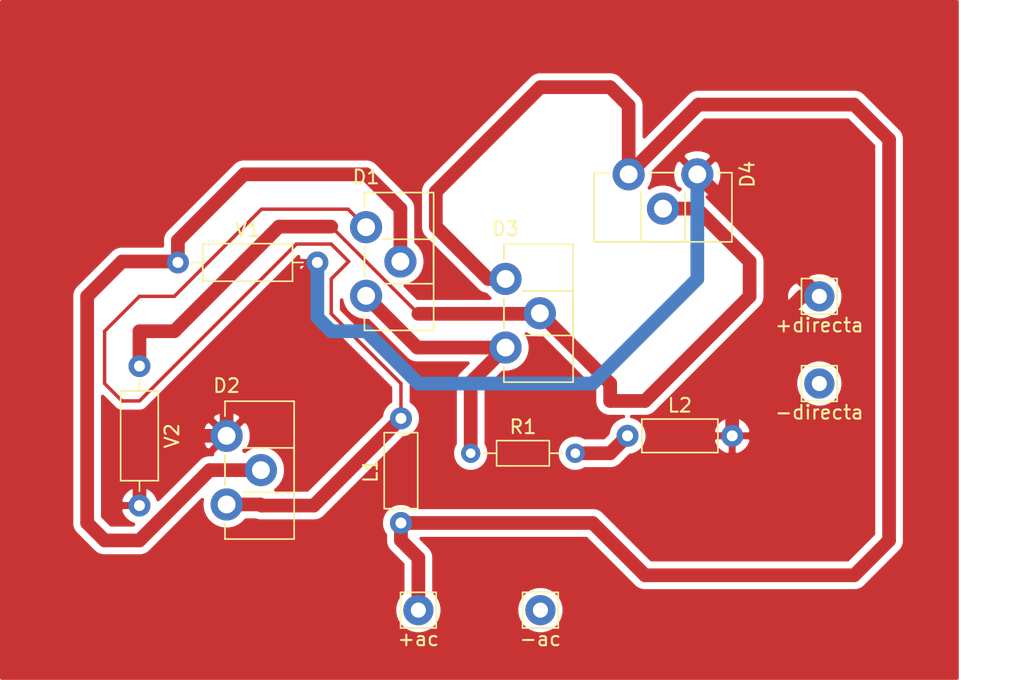
<source format=kicad_pcb>
(kicad_pcb (version 20171130) (host pcbnew "(5.1.4)-1")

  (general
    (thickness 1.6)
    (drawings 0)
    (tracks 89)
    (zones 0)
    (modules 13)
    (nets 8)
  )

  (page A4)
  (layers
    (0 F.Cu signal)
    (31 B.Cu signal)
    (32 B.Adhes user)
    (33 F.Adhes user)
    (34 B.Paste user)
    (35 F.Paste user)
    (36 B.SilkS user)
    (37 F.SilkS user)
    (38 B.Mask user)
    (39 F.Mask user)
    (40 Dwgs.User user)
    (41 Cmts.User user)
    (42 Eco1.User user)
    (43 Eco2.User user)
    (44 Edge.Cuts user)
    (45 Margin user)
    (46 B.CrtYd user)
    (47 F.CrtYd user)
    (48 B.Fab user)
    (49 F.Fab user)
  )

  (setup
    (last_trace_width 1)
    (user_trace_width 1)
    (trace_clearance 0.2)
    (zone_clearance 0.508)
    (zone_45_only no)
    (trace_min 0.2)
    (via_size 0.8)
    (via_drill 0.4)
    (via_min_size 0.4)
    (via_min_drill 0.3)
    (uvia_size 0.3)
    (uvia_drill 0.1)
    (uvias_allowed no)
    (uvia_min_size 0.2)
    (uvia_min_drill 0.1)
    (edge_width 0.05)
    (segment_width 0.2)
    (pcb_text_width 0.3)
    (pcb_text_size 1.5 1.5)
    (mod_edge_width 0.12)
    (mod_text_size 1 1)
    (mod_text_width 0.15)
    (pad_size 1.524 1.524)
    (pad_drill 0.762)
    (pad_to_mask_clearance 0.051)
    (solder_mask_min_width 0.25)
    (aux_axis_origin 0 0)
    (visible_elements FFFFFF7F)
    (pcbplotparams
      (layerselection 0x010fc_ffffffff)
      (usegerberextensions false)
      (usegerberattributes false)
      (usegerberadvancedattributes false)
      (creategerberjobfile false)
      (excludeedgelayer true)
      (linewidth 0.100000)
      (plotframeref false)
      (viasonmask false)
      (mode 1)
      (useauxorigin false)
      (hpglpennumber 1)
      (hpglpenspeed 20)
      (hpglpendiameter 15.000000)
      (psnegative false)
      (psa4output false)
      (plotreference true)
      (plotvalue true)
      (plotinvisibletext false)
      (padsonsilk false)
      (subtractmaskfromsilk false)
      (outputformat 1)
      (mirror false)
      (drillshape 1)
      (scaleselection 1)
      (outputdirectory ""))
  )

  (net 0 "")
  (net 1 "Net-(D1-Pad1)")
  (net 2 "Net-(D1-Pad2)")
  (net 3 "Net-(D1-Pad3)")
  (net 4 Earth)
  (net 5 AC)
  (net 6 "Net-(D3-Pad2)")
  (net 7 "Net-(L2-Pad1)")

  (net_class Default "Esta es la clase de red por defecto."
    (clearance 0.2)
    (trace_width 0.25)
    (via_dia 0.8)
    (via_drill 0.4)
    (uvia_dia 0.3)
    (uvia_drill 0.1)
    (add_net AC)
    (add_net Earth)
    (add_net "Net-(D1-Pad1)")
    (add_net "Net-(D1-Pad2)")
    (add_net "Net-(D1-Pad3)")
    (add_net "Net-(D3-Pad2)")
    (add_net "Net-(L2-Pad1)")
  )

  (module Connector_Pin:Pin_D1.1mm_L8.5mm_W2.5mm_FlatFork (layer F.Cu) (tedit 5A1DC085) (tstamp 5D9F128E)
    (at 171.45 85.09)
    (descr "solder Pin_ with flat fork, hole diameter 1.1mm, length 8.5mm, width 2.5mm")
    (tags "solder Pin_ with flat fork")
    (fp_text reference -directa (at 0 2.1) (layer F.SilkS)
      (effects (font (size 1 1) (thickness 0.15)))
    )
    (fp_text value Pin_D1.1mm_L8.5mm_W2.5mm_FlatFork (at 0 -2.05) (layer F.Fab)
      (effects (font (size 1 1) (thickness 0.15)))
    )
    (fp_line (start 1.75 1.6) (end -1.75 1.6) (layer F.CrtYd) (width 0.05))
    (fp_line (start 1.75 1.6) (end 1.75 -1.6) (layer F.CrtYd) (width 0.05))
    (fp_line (start -1.75 -1.6) (end -1.75 1.6) (layer F.CrtYd) (width 0.05))
    (fp_line (start -1.75 -1.6) (end 1.75 -1.6) (layer F.CrtYd) (width 0.05))
    (fp_line (start 1.25 -0.25) (end -1.25 -0.25) (layer F.Fab) (width 0.12))
    (fp_line (start 1.25 0.25) (end 1.25 -0.25) (layer F.Fab) (width 0.12))
    (fp_line (start -1.25 0.25) (end 1.25 0.25) (layer F.Fab) (width 0.12))
    (fp_line (start -1.25 -0.25) (end -1.25 0.25) (layer F.Fab) (width 0.12))
    (fp_line (start -1.3 1.3) (end 1.3 1.3) (layer F.SilkS) (width 0.12))
    (fp_line (start 1.3 -1.3) (end 1.3 1.3) (layer F.SilkS) (width 0.12))
    (fp_line (start -1.3 -1.3) (end 1.3 -1.3) (layer F.SilkS) (width 0.12))
    (fp_line (start -1.3 1.3) (end -1.3 -1.3) (layer F.SilkS) (width 0.12))
    (fp_text user %R (at 0 2.1) (layer F.Fab)
      (effects (font (size 1 1) (thickness 0.15)))
    )
    (pad 1 thru_hole circle (at 0 0) (size 2.2 2.2) (drill 1.1) (layers *.Cu *.Mask))
    (model ${KISYS3DMOD}/Connector_Pin.3dshapes/Pin_D1.1mm_L8.5mm_W2.5mm_FlatFork.wrl
      (at (xyz 0 0 0))
      (scale (xyz 1 1 1))
      (rotate (xyz 0 0 0))
    )
  )

  (module Connector_Pin:Pin_D1.1mm_L8.5mm_W2.5mm_FlatFork (layer F.Cu) (tedit 5A1DC085) (tstamp 5D9F1249)
    (at 171.45 78.74)
    (descr "solder Pin_ with flat fork, hole diameter 1.1mm, length 8.5mm, width 2.5mm")
    (tags "solder Pin_ with flat fork")
    (fp_text reference +directa (at 0 2.1) (layer F.SilkS)
      (effects (font (size 1 1) (thickness 0.15)))
    )
    (fp_text value Pin_D1.1mm_L8.5mm_W2.5mm_FlatFork (at 0 -2.05) (layer F.Fab)
      (effects (font (size 1 1) (thickness 0.15)))
    )
    (fp_line (start 1.75 1.6) (end -1.75 1.6) (layer F.CrtYd) (width 0.05))
    (fp_line (start 1.75 1.6) (end 1.75 -1.6) (layer F.CrtYd) (width 0.05))
    (fp_line (start -1.75 -1.6) (end -1.75 1.6) (layer F.CrtYd) (width 0.05))
    (fp_line (start -1.75 -1.6) (end 1.75 -1.6) (layer F.CrtYd) (width 0.05))
    (fp_line (start 1.25 -0.25) (end -1.25 -0.25) (layer F.Fab) (width 0.12))
    (fp_line (start 1.25 0.25) (end 1.25 -0.25) (layer F.Fab) (width 0.12))
    (fp_line (start -1.25 0.25) (end 1.25 0.25) (layer F.Fab) (width 0.12))
    (fp_line (start -1.25 -0.25) (end -1.25 0.25) (layer F.Fab) (width 0.12))
    (fp_line (start -1.3 1.3) (end 1.3 1.3) (layer F.SilkS) (width 0.12))
    (fp_line (start 1.3 -1.3) (end 1.3 1.3) (layer F.SilkS) (width 0.12))
    (fp_line (start -1.3 -1.3) (end 1.3 -1.3) (layer F.SilkS) (width 0.12))
    (fp_line (start -1.3 1.3) (end -1.3 -1.3) (layer F.SilkS) (width 0.12))
    (fp_text user %R (at 0 2.1) (layer F.Fab)
      (effects (font (size 1 1) (thickness 0.15)))
    )
    (pad 1 thru_hole circle (at 0 0) (size 2.2 2.2) (drill 1.1) (layers *.Cu *.Mask))
    (model ${KISYS3DMOD}/Connector_Pin.3dshapes/Pin_D1.1mm_L8.5mm_W2.5mm_FlatFork.wrl
      (at (xyz 0 0 0))
      (scale (xyz 1 1 1))
      (rotate (xyz 0 0 0))
    )
  )

  (module Connector_Pin:Pin_D1.1mm_L8.5mm_W2.5mm_FlatFork (layer F.Cu) (tedit 5A1DC085) (tstamp 5D9F1204)
    (at 151.13 101.6)
    (descr "solder Pin_ with flat fork, hole diameter 1.1mm, length 8.5mm, width 2.5mm")
    (tags "solder Pin_ with flat fork")
    (fp_text reference -ac (at 0 2.1) (layer F.SilkS)
      (effects (font (size 1 1) (thickness 0.15)))
    )
    (fp_text value Pin_D1.1mm_L8.5mm_W2.5mm_FlatFork (at 0 -2.05) (layer F.Fab)
      (effects (font (size 1 1) (thickness 0.15)))
    )
    (fp_line (start 1.75 1.6) (end -1.75 1.6) (layer F.CrtYd) (width 0.05))
    (fp_line (start 1.75 1.6) (end 1.75 -1.6) (layer F.CrtYd) (width 0.05))
    (fp_line (start -1.75 -1.6) (end -1.75 1.6) (layer F.CrtYd) (width 0.05))
    (fp_line (start -1.75 -1.6) (end 1.75 -1.6) (layer F.CrtYd) (width 0.05))
    (fp_line (start 1.25 -0.25) (end -1.25 -0.25) (layer F.Fab) (width 0.12))
    (fp_line (start 1.25 0.25) (end 1.25 -0.25) (layer F.Fab) (width 0.12))
    (fp_line (start -1.25 0.25) (end 1.25 0.25) (layer F.Fab) (width 0.12))
    (fp_line (start -1.25 -0.25) (end -1.25 0.25) (layer F.Fab) (width 0.12))
    (fp_line (start -1.3 1.3) (end 1.3 1.3) (layer F.SilkS) (width 0.12))
    (fp_line (start 1.3 -1.3) (end 1.3 1.3) (layer F.SilkS) (width 0.12))
    (fp_line (start -1.3 -1.3) (end 1.3 -1.3) (layer F.SilkS) (width 0.12))
    (fp_line (start -1.3 1.3) (end -1.3 -1.3) (layer F.SilkS) (width 0.12))
    (fp_text user %R (at 0 2.1) (layer F.Fab)
      (effects (font (size 1 1) (thickness 0.15)))
    )
    (pad 1 thru_hole circle (at 0 0) (size 2.2 2.2) (drill 1.1) (layers *.Cu *.Mask))
    (model ${KISYS3DMOD}/Connector_Pin.3dshapes/Pin_D1.1mm_L8.5mm_W2.5mm_FlatFork.wrl
      (at (xyz 0 0 0))
      (scale (xyz 1 1 1))
      (rotate (xyz 0 0 0))
    )
  )

  (module Connector_Pin:Pin_D1.1mm_L8.5mm_W2.5mm_FlatFork (layer F.Cu) (tedit 5A1DC085) (tstamp 5D9F11BF)
    (at 142.24 101.6)
    (descr "solder Pin_ with flat fork, hole diameter 1.1mm, length 8.5mm, width 2.5mm")
    (tags "solder Pin_ with flat fork")
    (fp_text reference +ac (at 0 2.1) (layer F.SilkS)
      (effects (font (size 1 1) (thickness 0.15)))
    )
    (fp_text value Pin_D1.1mm_L8.5mm_W2.5mm_FlatFork (at 0 -2.05) (layer F.Fab)
      (effects (font (size 1 1) (thickness 0.15)))
    )
    (fp_line (start 1.75 1.6) (end -1.75 1.6) (layer F.CrtYd) (width 0.05))
    (fp_line (start 1.75 1.6) (end 1.75 -1.6) (layer F.CrtYd) (width 0.05))
    (fp_line (start -1.75 -1.6) (end -1.75 1.6) (layer F.CrtYd) (width 0.05))
    (fp_line (start -1.75 -1.6) (end 1.75 -1.6) (layer F.CrtYd) (width 0.05))
    (fp_line (start 1.25 -0.25) (end -1.25 -0.25) (layer F.Fab) (width 0.12))
    (fp_line (start 1.25 0.25) (end 1.25 -0.25) (layer F.Fab) (width 0.12))
    (fp_line (start -1.25 0.25) (end 1.25 0.25) (layer F.Fab) (width 0.12))
    (fp_line (start -1.25 -0.25) (end -1.25 0.25) (layer F.Fab) (width 0.12))
    (fp_line (start -1.3 1.3) (end 1.3 1.3) (layer F.SilkS) (width 0.12))
    (fp_line (start 1.3 -1.3) (end 1.3 1.3) (layer F.SilkS) (width 0.12))
    (fp_line (start -1.3 -1.3) (end 1.3 -1.3) (layer F.SilkS) (width 0.12))
    (fp_line (start -1.3 1.3) (end -1.3 -1.3) (layer F.SilkS) (width 0.12))
    (fp_text user %R (at 0 2.1) (layer F.Fab)
      (effects (font (size 1 1) (thickness 0.15)))
    )
    (pad 1 thru_hole circle (at 0 0) (size 2.2 2.2) (drill 1.1) (layers *.Cu *.Mask))
    (model ${KISYS3DMOD}/Connector_Pin.3dshapes/Pin_D1.1mm_L8.5mm_W2.5mm_FlatFork.wrl
      (at (xyz 0 0 0))
      (scale (xyz 1 1 1))
      (rotate (xyz 0 0 0))
    )
  )

  (module Resistor_THT:R_Axial_DIN0207_L6.3mm_D2.5mm_P10.16mm_Horizontal (layer F.Cu) (tedit 5AE5139B) (tstamp 5D9F0B2D)
    (at 121.92 83.82 270)
    (descr "Resistor, Axial_DIN0207 series, Axial, Horizontal, pin pitch=10.16mm, 0.25W = 1/4W, length*diameter=6.3*2.5mm^2, http://cdn-reichelt.de/documents/datenblatt/B400/1_4W%23YAG.pdf")
    (tags "Resistor Axial_DIN0207 series Axial Horizontal pin pitch 10.16mm 0.25W = 1/4W length 6.3mm diameter 2.5mm")
    (path /5D9F8E3C)
    (fp_text reference V2 (at 5.08 -2.37 90) (layer F.SilkS)
      (effects (font (size 1 1) (thickness 0.15)))
    )
    (fp_text value VPULSE (at 5.08 2.37 90) (layer F.Fab)
      (effects (font (size 1 1) (thickness 0.15)))
    )
    (fp_text user %R (at 5.08 0 90) (layer F.Fab)
      (effects (font (size 1 1) (thickness 0.15)))
    )
    (fp_line (start 11.21 -1.5) (end -1.05 -1.5) (layer F.CrtYd) (width 0.05))
    (fp_line (start 11.21 1.5) (end 11.21 -1.5) (layer F.CrtYd) (width 0.05))
    (fp_line (start -1.05 1.5) (end 11.21 1.5) (layer F.CrtYd) (width 0.05))
    (fp_line (start -1.05 -1.5) (end -1.05 1.5) (layer F.CrtYd) (width 0.05))
    (fp_line (start 9.12 0) (end 8.35 0) (layer F.SilkS) (width 0.12))
    (fp_line (start 1.04 0) (end 1.81 0) (layer F.SilkS) (width 0.12))
    (fp_line (start 8.35 -1.37) (end 1.81 -1.37) (layer F.SilkS) (width 0.12))
    (fp_line (start 8.35 1.37) (end 8.35 -1.37) (layer F.SilkS) (width 0.12))
    (fp_line (start 1.81 1.37) (end 8.35 1.37) (layer F.SilkS) (width 0.12))
    (fp_line (start 1.81 -1.37) (end 1.81 1.37) (layer F.SilkS) (width 0.12))
    (fp_line (start 10.16 0) (end 8.23 0) (layer F.Fab) (width 0.1))
    (fp_line (start 0 0) (end 1.93 0) (layer F.Fab) (width 0.1))
    (fp_line (start 8.23 -1.25) (end 1.93 -1.25) (layer F.Fab) (width 0.1))
    (fp_line (start 8.23 1.25) (end 8.23 -1.25) (layer F.Fab) (width 0.1))
    (fp_line (start 1.93 1.25) (end 8.23 1.25) (layer F.Fab) (width 0.1))
    (fp_line (start 1.93 -1.25) (end 1.93 1.25) (layer F.Fab) (width 0.1))
    (pad 2 thru_hole oval (at 10.16 0 270) (size 1.6 1.6) (drill 0.8) (layers *.Cu *.Mask)
      (net 4 Earth))
    (pad 1 thru_hole circle (at 0 0 270) (size 1.6 1.6) (drill 0.8) (layers *.Cu *.Mask)
      (net 6 "Net-(D3-Pad2)"))
    (model ${KISYS3DMOD}/Resistor_THT.3dshapes/R_Axial_DIN0207_L6.3mm_D2.5mm_P10.16mm_Horizontal.wrl
      (at (xyz 0 0 0))
      (scale (xyz 1 1 1))
      (rotate (xyz 0 0 0))
    )
  )

  (module Resistor_THT:R_Axial_DIN0207_L6.3mm_D2.5mm_P10.16mm_Horizontal (layer F.Cu) (tedit 5AE5139B) (tstamp 5D9F0B16)
    (at 124.72 76.27)
    (descr "Resistor, Axial_DIN0207 series, Axial, Horizontal, pin pitch=10.16mm, 0.25W = 1/4W, length*diameter=6.3*2.5mm^2, http://cdn-reichelt.de/documents/datenblatt/B400/1_4W%23YAG.pdf")
    (tags "Resistor Axial_DIN0207 series Axial Horizontal pin pitch 10.16mm 0.25W = 1/4W length 6.3mm diameter 2.5mm")
    (path /5D9F8B5A)
    (fp_text reference V1 (at 5.08 -2.37) (layer F.SilkS)
      (effects (font (size 1 1) (thickness 0.15)))
    )
    (fp_text value VPULSE (at 5.08 2.37) (layer F.Fab)
      (effects (font (size 1 1) (thickness 0.15)))
    )
    (fp_text user %R (at 5.08 0) (layer F.Fab)
      (effects (font (size 1 1) (thickness 0.15)))
    )
    (fp_line (start 11.21 -1.5) (end -1.05 -1.5) (layer F.CrtYd) (width 0.05))
    (fp_line (start 11.21 1.5) (end 11.21 -1.5) (layer F.CrtYd) (width 0.05))
    (fp_line (start -1.05 1.5) (end 11.21 1.5) (layer F.CrtYd) (width 0.05))
    (fp_line (start -1.05 -1.5) (end -1.05 1.5) (layer F.CrtYd) (width 0.05))
    (fp_line (start 9.12 0) (end 8.35 0) (layer F.SilkS) (width 0.12))
    (fp_line (start 1.04 0) (end 1.81 0) (layer F.SilkS) (width 0.12))
    (fp_line (start 8.35 -1.37) (end 1.81 -1.37) (layer F.SilkS) (width 0.12))
    (fp_line (start 8.35 1.37) (end 8.35 -1.37) (layer F.SilkS) (width 0.12))
    (fp_line (start 1.81 1.37) (end 8.35 1.37) (layer F.SilkS) (width 0.12))
    (fp_line (start 1.81 -1.37) (end 1.81 1.37) (layer F.SilkS) (width 0.12))
    (fp_line (start 10.16 0) (end 8.23 0) (layer F.Fab) (width 0.1))
    (fp_line (start 0 0) (end 1.93 0) (layer F.Fab) (width 0.1))
    (fp_line (start 8.23 -1.25) (end 1.93 -1.25) (layer F.Fab) (width 0.1))
    (fp_line (start 8.23 1.25) (end 8.23 -1.25) (layer F.Fab) (width 0.1))
    (fp_line (start 1.93 1.25) (end 8.23 1.25) (layer F.Fab) (width 0.1))
    (fp_line (start 1.93 -1.25) (end 1.93 1.25) (layer F.Fab) (width 0.1))
    (pad 2 thru_hole oval (at 10.16 0) (size 1.6 1.6) (drill 0.8) (layers *.Cu *.Mask)
      (net 4 Earth))
    (pad 1 thru_hole circle (at 0 0) (size 1.6 1.6) (drill 0.8) (layers *.Cu *.Mask)
      (net 2 "Net-(D1-Pad2)"))
    (model ${KISYS3DMOD}/Resistor_THT.3dshapes/R_Axial_DIN0207_L6.3mm_D2.5mm_P10.16mm_Horizontal.wrl
      (at (xyz 0 0 0))
      (scale (xyz 1 1 1))
      (rotate (xyz 0 0 0))
    )
  )

  (module Resistor_THT:R_Axial_DIN0204_L3.6mm_D1.6mm_P7.62mm_Horizontal (layer F.Cu) (tedit 5AE5139B) (tstamp 5D9F0AFF)
    (at 146.05 90.17)
    (descr "Resistor, Axial_DIN0204 series, Axial, Horizontal, pin pitch=7.62mm, 0.167W, length*diameter=3.6*1.6mm^2, http://cdn-reichelt.de/documents/datenblatt/B400/1_4W%23YAG.pdf")
    (tags "Resistor Axial_DIN0204 series Axial Horizontal pin pitch 7.62mm 0.167W length 3.6mm diameter 1.6mm")
    (path /5D9ED373)
    (fp_text reference R1 (at 3.81 -1.92) (layer F.SilkS)
      (effects (font (size 1 1) (thickness 0.15)))
    )
    (fp_text value R (at 3.81 1.92) (layer F.Fab)
      (effects (font (size 1 1) (thickness 0.15)))
    )
    (fp_text user %R (at 4.99 0) (layer F.Fab)
      (effects (font (size 0.72 0.72) (thickness 0.108)))
    )
    (fp_line (start 8.57 -1.05) (end -0.95 -1.05) (layer F.CrtYd) (width 0.05))
    (fp_line (start 8.57 1.05) (end 8.57 -1.05) (layer F.CrtYd) (width 0.05))
    (fp_line (start -0.95 1.05) (end 8.57 1.05) (layer F.CrtYd) (width 0.05))
    (fp_line (start -0.95 -1.05) (end -0.95 1.05) (layer F.CrtYd) (width 0.05))
    (fp_line (start 6.68 0) (end 5.73 0) (layer F.SilkS) (width 0.12))
    (fp_line (start 0.94 0) (end 1.89 0) (layer F.SilkS) (width 0.12))
    (fp_line (start 5.73 -0.92) (end 1.89 -0.92) (layer F.SilkS) (width 0.12))
    (fp_line (start 5.73 0.92) (end 5.73 -0.92) (layer F.SilkS) (width 0.12))
    (fp_line (start 1.89 0.92) (end 5.73 0.92) (layer F.SilkS) (width 0.12))
    (fp_line (start 1.89 -0.92) (end 1.89 0.92) (layer F.SilkS) (width 0.12))
    (fp_line (start 7.62 0) (end 5.61 0) (layer F.Fab) (width 0.1))
    (fp_line (start 0 0) (end 2.01 0) (layer F.Fab) (width 0.1))
    (fp_line (start 5.61 -0.8) (end 2.01 -0.8) (layer F.Fab) (width 0.1))
    (fp_line (start 5.61 0.8) (end 5.61 -0.8) (layer F.Fab) (width 0.1))
    (fp_line (start 2.01 0.8) (end 5.61 0.8) (layer F.Fab) (width 0.1))
    (fp_line (start 2.01 -0.8) (end 2.01 0.8) (layer F.Fab) (width 0.1))
    (pad 2 thru_hole oval (at 7.62 0) (size 1.4 1.4) (drill 0.7) (layers *.Cu *.Mask)
      (net 7 "Net-(L2-Pad1)"))
    (pad 1 thru_hole circle (at 0 0) (size 1.4 1.4) (drill 0.7) (layers *.Cu *.Mask)
      (net 3 "Net-(D1-Pad3)"))
    (model ${KISYS3DMOD}/Resistor_THT.3dshapes/R_Axial_DIN0204_L3.6mm_D1.6mm_P7.62mm_Horizontal.wrl
      (at (xyz 0 0 0))
      (scale (xyz 1 1 1))
      (rotate (xyz 0 0 0))
    )
  )

  (module Inductor_THT:L_Axial_L5.3mm_D2.2mm_P7.62mm_Horizontal_Vishay_IM-1 (layer F.Cu) (tedit 5AE59B05) (tstamp 5D9F0AE8)
    (at 157.48 88.9)
    (descr "Inductor, Axial series, Axial, Horizontal, pin pitch=7.62mm, , length*diameter=5.3*2.2mm^2, Vishay, IM-1, http://www.vishay.com/docs/34030/im.pdf")
    (tags "Inductor Axial series Axial Horizontal pin pitch 7.62mm  length 5.3mm diameter 2.2mm Vishay IM-1")
    (path /5D9ED4B6)
    (fp_text reference L2 (at 3.81 -2.22) (layer F.SilkS)
      (effects (font (size 1 1) (thickness 0.15)))
    )
    (fp_text value L (at 3.81 2.22) (layer F.Fab)
      (effects (font (size 1 1) (thickness 0.15)))
    )
    (fp_text user %R (at 3.81 0.11) (layer F.Fab)
      (effects (font (size 1 1) (thickness 0.15)))
    )
    (fp_line (start 8.67 -1.35) (end -1.05 -1.35) (layer F.CrtYd) (width 0.05))
    (fp_line (start 8.67 1.35) (end 8.67 -1.35) (layer F.CrtYd) (width 0.05))
    (fp_line (start -1.05 1.35) (end 8.67 1.35) (layer F.CrtYd) (width 0.05))
    (fp_line (start -1.05 -1.35) (end -1.05 1.35) (layer F.CrtYd) (width 0.05))
    (fp_line (start 6.58 -1.22) (end 1.04 -1.22) (layer F.SilkS) (width 0.12))
    (fp_line (start 6.58 1.22) (end 6.58 -1.22) (layer F.SilkS) (width 0.12))
    (fp_line (start 1.04 1.22) (end 6.58 1.22) (layer F.SilkS) (width 0.12))
    (fp_line (start 1.04 -1.22) (end 1.04 1.22) (layer F.SilkS) (width 0.12))
    (fp_line (start 7.62 0) (end 6.46 0) (layer F.Fab) (width 0.1))
    (fp_line (start 0 0) (end 1.16 0) (layer F.Fab) (width 0.1))
    (fp_line (start 6.46 -1.1) (end 1.16 -1.1) (layer F.Fab) (width 0.1))
    (fp_line (start 6.46 1.1) (end 6.46 -1.1) (layer F.Fab) (width 0.1))
    (fp_line (start 1.16 1.1) (end 6.46 1.1) (layer F.Fab) (width 0.1))
    (fp_line (start 1.16 -1.1) (end 1.16 1.1) (layer F.Fab) (width 0.1))
    (pad 2 thru_hole oval (at 7.62 0) (size 1.6 1.6) (drill 0.8) (layers *.Cu *.Mask)
      (net 4 Earth))
    (pad 1 thru_hole circle (at 0 0) (size 1.6 1.6) (drill 0.8) (layers *.Cu *.Mask)
      (net 7 "Net-(L2-Pad1)"))
    (model ${KISYS3DMOD}/Inductor_THT.3dshapes/L_Axial_L5.3mm_D2.2mm_P7.62mm_Horizontal_Vishay_IM-1.wrl
      (at (xyz 0 0 0))
      (scale (xyz 1 1 1))
      (rotate (xyz 0 0 0))
    )
  )

  (module Inductor_THT:L_Axial_L5.3mm_D2.2mm_P7.62mm_Horizontal_Vishay_IM-1 (layer F.Cu) (tedit 5AE59B05) (tstamp 5D9F0AD3)
    (at 140.97 95.25 90)
    (descr "Inductor, Axial series, Axial, Horizontal, pin pitch=7.62mm, , length*diameter=5.3*2.2mm^2, Vishay, IM-1, http://www.vishay.com/docs/34030/im.pdf")
    (tags "Inductor Axial series Axial Horizontal pin pitch 7.62mm  length 5.3mm diameter 2.2mm Vishay IM-1")
    (path /5D9EB7F5)
    (fp_text reference L1 (at 3.81 -2.22 90) (layer F.SilkS)
      (effects (font (size 1 1) (thickness 0.15)))
    )
    (fp_text value L (at 3.81 2.22 90) (layer F.Fab)
      (effects (font (size 1 1) (thickness 0.15)))
    )
    (fp_text user %R (at 3.81 0 90) (layer F.Fab)
      (effects (font (size 1 1) (thickness 0.15)))
    )
    (fp_line (start 8.67 -1.35) (end -1.05 -1.35) (layer F.CrtYd) (width 0.05))
    (fp_line (start 8.67 1.35) (end 8.67 -1.35) (layer F.CrtYd) (width 0.05))
    (fp_line (start -1.05 1.35) (end 8.67 1.35) (layer F.CrtYd) (width 0.05))
    (fp_line (start -1.05 -1.35) (end -1.05 1.35) (layer F.CrtYd) (width 0.05))
    (fp_line (start 6.58 -1.22) (end 1.04 -1.22) (layer F.SilkS) (width 0.12))
    (fp_line (start 6.58 1.22) (end 6.58 -1.22) (layer F.SilkS) (width 0.12))
    (fp_line (start 1.04 1.22) (end 6.58 1.22) (layer F.SilkS) (width 0.12))
    (fp_line (start 1.04 -1.22) (end 1.04 1.22) (layer F.SilkS) (width 0.12))
    (fp_line (start 7.62 0) (end 6.46 0) (layer F.Fab) (width 0.1))
    (fp_line (start 0 0) (end 1.16 0) (layer F.Fab) (width 0.1))
    (fp_line (start 6.46 -1.1) (end 1.16 -1.1) (layer F.Fab) (width 0.1))
    (fp_line (start 6.46 1.1) (end 6.46 -1.1) (layer F.Fab) (width 0.1))
    (fp_line (start 1.16 1.1) (end 6.46 1.1) (layer F.Fab) (width 0.1))
    (fp_line (start 1.16 -1.1) (end 1.16 1.1) (layer F.Fab) (width 0.1))
    (pad 2 thru_hole oval (at 7.62 0 90) (size 1.6 1.6) (drill 0.8) (layers *.Cu *.Mask)
      (net 1 "Net-(D1-Pad1)"))
    (pad 1 thru_hole circle (at 0 0 90) (size 1.6 1.6) (drill 0.8) (layers *.Cu *.Mask)
      (net 5 AC))
    (model ${KISYS3DMOD}/Inductor_THT.3dshapes/L_Axial_L5.3mm_D2.2mm_P7.62mm_Horizontal_Vishay_IM-1.wrl
      (at (xyz 0 0 0))
      (scale (xyz 1 1 1))
      (rotate (xyz 0 0 0))
    )
  )

  (module Potentiometer_THT:Potentiometer_ACP_CA9-H2,5_Horizontal (layer F.Cu) (tedit 5A3D4994) (tstamp 5D9F0ABE)
    (at 162.56 69.85 270)
    (descr "Potentiometer, horizontal, ACP CA9-H2,5, http://www.acptechnologies.com/wp-content/uploads/2017/05/02-ACP-CA9-CE9.pdf")
    (tags "Potentiometer horizontal ACP CA9-H2,5")
    (path /5D9ED1E2)
    (fp_text reference D4 (at 0 -3.65 90) (layer F.SilkS)
      (effects (font (size 1 1) (thickness 0.15)))
    )
    (fp_text value Q_SCR_AGK (at 0 8.65 90) (layer F.Fab)
      (effects (font (size 1 1) (thickness 0.15)))
    )
    (fp_text user %R (at 2.4 2.5 90) (layer F.Fab)
      (effects (font (size 1 1) (thickness 0.15)))
    )
    (fp_line (start 5.05 -2.7) (end -1.45 -2.7) (layer F.CrtYd) (width 0.05))
    (fp_line (start 5.05 7.65) (end 5.05 -2.7) (layer F.CrtYd) (width 0.05))
    (fp_line (start -1.45 7.65) (end 5.05 7.65) (layer F.CrtYd) (width 0.05))
    (fp_line (start -1.45 -2.7) (end -1.45 7.65) (layer F.CrtYd) (width 0.05))
    (fp_line (start 4.92 0.88) (end 4.92 4.12) (layer F.SilkS) (width 0.12))
    (fp_line (start -0.121 1.426) (end -0.121 3.575) (layer F.SilkS) (width 0.12))
    (fp_line (start 1.237 4.12) (end 4.92 4.12) (layer F.SilkS) (width 0.12))
    (fp_line (start 1.237 0.88) (end 4.92 0.88) (layer F.SilkS) (width 0.12))
    (fp_line (start -0.121 1.426) (end -0.121 3.575) (layer F.SilkS) (width 0.12))
    (fp_line (start -0.121 -2.521) (end -0.121 -1.426) (layer F.SilkS) (width 0.12))
    (fp_line (start -0.121 6.425) (end -0.121 7.52) (layer F.SilkS) (width 0.12))
    (fp_line (start 4.92 -2.521) (end 4.92 7.52) (layer F.SilkS) (width 0.12))
    (fp_line (start -0.121 7.52) (end 4.92 7.52) (layer F.SilkS) (width 0.12))
    (fp_line (start -0.121 -2.521) (end 4.92 -2.521) (layer F.SilkS) (width 0.12))
    (fp_line (start 4.8 1) (end 0 1) (layer F.Fab) (width 0.1))
    (fp_line (start 4.8 4) (end 4.8 1) (layer F.Fab) (width 0.1))
    (fp_line (start 0 4) (end 4.8 4) (layer F.Fab) (width 0.1))
    (fp_line (start 0 1) (end 0 4) (layer F.Fab) (width 0.1))
    (fp_line (start 0 -2.4) (end 4.8 -2.4) (layer F.Fab) (width 0.1))
    (fp_line (start 0 7.4) (end 0 -2.4) (layer F.Fab) (width 0.1))
    (fp_line (start 4.8 7.4) (end 0 7.4) (layer F.Fab) (width 0.1))
    (fp_line (start 4.8 -2.4) (end 4.8 7.4) (layer F.Fab) (width 0.1))
    (pad 1 thru_hole circle (at 0 0 270) (size 2.34 2.34) (drill 1.3) (layers *.Cu *.Mask)
      (net 4 Earth))
    (pad 2 thru_hole circle (at 2.5 2.5 270) (size 2.34 2.34) (drill 1.3) (layers *.Cu *.Mask)
      (net 6 "Net-(D3-Pad2)"))
    (pad 3 thru_hole circle (at 0 5 270) (size 2.34 2.34) (drill 1.3) (layers *.Cu *.Mask)
      (net 5 AC))
    (model ${KISYS3DMOD}/Potentiometer_THT.3dshapes/Potentiometer_ACP_CA9-H2,5_Horizontal.wrl
      (at (xyz 0 0 0))
      (scale (xyz 1 1 1))
      (rotate (xyz 0 0 0))
    )
  )

  (module Potentiometer_THT:Potentiometer_ACP_CA9-H2,5_Horizontal (layer F.Cu) (tedit 5A3D4994) (tstamp 5D9F0AA0)
    (at 148.59 77.47)
    (descr "Potentiometer, horizontal, ACP CA9-H2,5, http://www.acptechnologies.com/wp-content/uploads/2017/05/02-ACP-CA9-CE9.pdf")
    (tags "Potentiometer horizontal ACP CA9-H2,5")
    (path /5D9ECF4B)
    (fp_text reference D3 (at 0 -3.65) (layer F.SilkS)
      (effects (font (size 1 1) (thickness 0.15)))
    )
    (fp_text value Q_SCR_AGK (at 0 8.65) (layer F.Fab)
      (effects (font (size 1 1) (thickness 0.15)))
    )
    (fp_text user %R (at 2.4 2.5) (layer F.Fab)
      (effects (font (size 1 1) (thickness 0.15)))
    )
    (fp_line (start 5.05 -2.7) (end -1.45 -2.7) (layer F.CrtYd) (width 0.05))
    (fp_line (start 5.05 7.65) (end 5.05 -2.7) (layer F.CrtYd) (width 0.05))
    (fp_line (start -1.45 7.65) (end 5.05 7.65) (layer F.CrtYd) (width 0.05))
    (fp_line (start -1.45 -2.7) (end -1.45 7.65) (layer F.CrtYd) (width 0.05))
    (fp_line (start 4.92 0.88) (end 4.92 4.12) (layer F.SilkS) (width 0.12))
    (fp_line (start -0.121 1.426) (end -0.121 3.575) (layer F.SilkS) (width 0.12))
    (fp_line (start 1.237 4.12) (end 4.92 4.12) (layer F.SilkS) (width 0.12))
    (fp_line (start 1.237 0.88) (end 4.92 0.88) (layer F.SilkS) (width 0.12))
    (fp_line (start -0.121 1.426) (end -0.121 3.575) (layer F.SilkS) (width 0.12))
    (fp_line (start -0.121 -2.521) (end -0.121 -1.426) (layer F.SilkS) (width 0.12))
    (fp_line (start -0.121 6.425) (end -0.121 7.52) (layer F.SilkS) (width 0.12))
    (fp_line (start 4.92 -2.521) (end 4.92 7.52) (layer F.SilkS) (width 0.12))
    (fp_line (start -0.121 7.52) (end 4.92 7.52) (layer F.SilkS) (width 0.12))
    (fp_line (start -0.121 -2.521) (end 4.92 -2.521) (layer F.SilkS) (width 0.12))
    (fp_line (start 4.8 1) (end 0 1) (layer F.Fab) (width 0.1))
    (fp_line (start 4.8 4) (end 4.8 1) (layer F.Fab) (width 0.1))
    (fp_line (start 0 4) (end 4.8 4) (layer F.Fab) (width 0.1))
    (fp_line (start 0 1) (end 0 4) (layer F.Fab) (width 0.1))
    (fp_line (start 0 -2.4) (end 4.8 -2.4) (layer F.Fab) (width 0.1))
    (fp_line (start 0 7.4) (end 0 -2.4) (layer F.Fab) (width 0.1))
    (fp_line (start 4.8 7.4) (end 0 7.4) (layer F.Fab) (width 0.1))
    (fp_line (start 4.8 -2.4) (end 4.8 7.4) (layer F.Fab) (width 0.1))
    (pad 1 thru_hole circle (at 0 0) (size 2.34 2.34) (drill 1.3) (layers *.Cu *.Mask)
      (net 5 AC))
    (pad 2 thru_hole circle (at 2.5 2.5) (size 2.34 2.34) (drill 1.3) (layers *.Cu *.Mask)
      (net 6 "Net-(D3-Pad2)"))
    (pad 3 thru_hole circle (at 0 5) (size 2.34 2.34) (drill 1.3) (layers *.Cu *.Mask)
      (net 3 "Net-(D1-Pad3)"))
    (model ${KISYS3DMOD}/Potentiometer_THT.3dshapes/Potentiometer_ACP_CA9-H2,5_Horizontal.wrl
      (at (xyz 0 0 0))
      (scale (xyz 1 1 1))
      (rotate (xyz 0 0 0))
    )
  )

  (module Potentiometer_THT:Potentiometer_ACP_CA9-H2,5_Horizontal (layer F.Cu) (tedit 5A3D4994) (tstamp 5D9F0A82)
    (at 128.27 88.9)
    (descr "Potentiometer, horizontal, ACP CA9-H2,5, http://www.acptechnologies.com/wp-content/uploads/2017/05/02-ACP-CA9-CE9.pdf")
    (tags "Potentiometer horizontal ACP CA9-H2,5")
    (path /5D9ED081)
    (fp_text reference D2 (at 0 -3.65) (layer F.SilkS)
      (effects (font (size 1 1) (thickness 0.15)))
    )
    (fp_text value Q_SCR_AGK (at 0 8.65) (layer F.Fab)
      (effects (font (size 1 1) (thickness 0.15)))
    )
    (fp_text user %R (at 2.4 2.5) (layer F.Fab)
      (effects (font (size 1 1) (thickness 0.15)))
    )
    (fp_line (start 5.05 -2.7) (end -1.45 -2.7) (layer F.CrtYd) (width 0.05))
    (fp_line (start 5.05 7.65) (end 5.05 -2.7) (layer F.CrtYd) (width 0.05))
    (fp_line (start -1.45 7.65) (end 5.05 7.65) (layer F.CrtYd) (width 0.05))
    (fp_line (start -1.45 -2.7) (end -1.45 7.65) (layer F.CrtYd) (width 0.05))
    (fp_line (start 4.92 0.88) (end 4.92 4.12) (layer F.SilkS) (width 0.12))
    (fp_line (start -0.121 1.426) (end -0.121 3.575) (layer F.SilkS) (width 0.12))
    (fp_line (start 1.237 4.12) (end 4.92 4.12) (layer F.SilkS) (width 0.12))
    (fp_line (start 1.237 0.88) (end 4.92 0.88) (layer F.SilkS) (width 0.12))
    (fp_line (start -0.121 1.426) (end -0.121 3.575) (layer F.SilkS) (width 0.12))
    (fp_line (start -0.121 -2.521) (end -0.121 -1.426) (layer F.SilkS) (width 0.12))
    (fp_line (start -0.121 6.425) (end -0.121 7.52) (layer F.SilkS) (width 0.12))
    (fp_line (start 4.92 -2.521) (end 4.92 7.52) (layer F.SilkS) (width 0.12))
    (fp_line (start -0.121 7.52) (end 4.92 7.52) (layer F.SilkS) (width 0.12))
    (fp_line (start -0.121 -2.521) (end 4.92 -2.521) (layer F.SilkS) (width 0.12))
    (fp_line (start 4.8 1) (end 0 1) (layer F.Fab) (width 0.1))
    (fp_line (start 4.8 4) (end 4.8 1) (layer F.Fab) (width 0.1))
    (fp_line (start 0 4) (end 4.8 4) (layer F.Fab) (width 0.1))
    (fp_line (start 0 1) (end 0 4) (layer F.Fab) (width 0.1))
    (fp_line (start 0 -2.4) (end 4.8 -2.4) (layer F.Fab) (width 0.1))
    (fp_line (start 0 7.4) (end 0 -2.4) (layer F.Fab) (width 0.1))
    (fp_line (start 4.8 7.4) (end 0 7.4) (layer F.Fab) (width 0.1))
    (fp_line (start 4.8 -2.4) (end 4.8 7.4) (layer F.Fab) (width 0.1))
    (pad 1 thru_hole circle (at 0 0) (size 2.34 2.34) (drill 1.3) (layers *.Cu *.Mask)
      (net 4 Earth))
    (pad 2 thru_hole circle (at 2.5 2.5) (size 2.34 2.34) (drill 1.3) (layers *.Cu *.Mask)
      (net 2 "Net-(D1-Pad2)"))
    (pad 3 thru_hole circle (at 0 5) (size 2.34 2.34) (drill 1.3) (layers *.Cu *.Mask)
      (net 1 "Net-(D1-Pad1)"))
    (model ${KISYS3DMOD}/Potentiometer_THT.3dshapes/Potentiometer_ACP_CA9-H2,5_Horizontal.wrl
      (at (xyz 0 0 0))
      (scale (xyz 1 1 1))
      (rotate (xyz 0 0 0))
    )
  )

  (module Potentiometer_THT:Potentiometer_ACP_CA9-H2,5_Horizontal (layer F.Cu) (tedit 5A3D4994) (tstamp 5D9F0A64)
    (at 138.43 73.7)
    (descr "Potentiometer, horizontal, ACP CA9-H2,5, http://www.acptechnologies.com/wp-content/uploads/2017/05/02-ACP-CA9-CE9.pdf")
    (tags "Potentiometer horizontal ACP CA9-H2,5")
    (path /5D9ECC58)
    (fp_text reference D1 (at 0 -3.65) (layer F.SilkS)
      (effects (font (size 1 1) (thickness 0.15)))
    )
    (fp_text value Q_SCR_AGK (at 0 8.65) (layer F.Fab)
      (effects (font (size 1 1) (thickness 0.15)))
    )
    (fp_text user %R (at 2.4 2.5) (layer F.Fab)
      (effects (font (size 1 1) (thickness 0.15)))
    )
    (fp_line (start 5.05 -2.7) (end -1.45 -2.7) (layer F.CrtYd) (width 0.05))
    (fp_line (start 5.05 7.65) (end 5.05 -2.7) (layer F.CrtYd) (width 0.05))
    (fp_line (start -1.45 7.65) (end 5.05 7.65) (layer F.CrtYd) (width 0.05))
    (fp_line (start -1.45 -2.7) (end -1.45 7.65) (layer F.CrtYd) (width 0.05))
    (fp_line (start 4.92 0.88) (end 4.92 4.12) (layer F.SilkS) (width 0.12))
    (fp_line (start -0.121 1.426) (end -0.121 3.575) (layer F.SilkS) (width 0.12))
    (fp_line (start 1.237 4.12) (end 4.92 4.12) (layer F.SilkS) (width 0.12))
    (fp_line (start 1.237 0.88) (end 4.92 0.88) (layer F.SilkS) (width 0.12))
    (fp_line (start -0.121 1.426) (end -0.121 3.575) (layer F.SilkS) (width 0.12))
    (fp_line (start -0.121 -2.521) (end -0.121 -1.426) (layer F.SilkS) (width 0.12))
    (fp_line (start -0.121 6.425) (end -0.121 7.52) (layer F.SilkS) (width 0.12))
    (fp_line (start 4.92 -2.521) (end 4.92 7.52) (layer F.SilkS) (width 0.12))
    (fp_line (start -0.121 7.52) (end 4.92 7.52) (layer F.SilkS) (width 0.12))
    (fp_line (start -0.121 -2.521) (end 4.92 -2.521) (layer F.SilkS) (width 0.12))
    (fp_line (start 4.8 1) (end 0 1) (layer F.Fab) (width 0.1))
    (fp_line (start 4.8 4) (end 4.8 1) (layer F.Fab) (width 0.1))
    (fp_line (start 0 4) (end 4.8 4) (layer F.Fab) (width 0.1))
    (fp_line (start 0 1) (end 0 4) (layer F.Fab) (width 0.1))
    (fp_line (start 0 -2.4) (end 4.8 -2.4) (layer F.Fab) (width 0.1))
    (fp_line (start 0 7.4) (end 0 -2.4) (layer F.Fab) (width 0.1))
    (fp_line (start 4.8 7.4) (end 0 7.4) (layer F.Fab) (width 0.1))
    (fp_line (start 4.8 -2.4) (end 4.8 7.4) (layer F.Fab) (width 0.1))
    (pad 1 thru_hole circle (at 0 0) (size 2.34 2.34) (drill 1.3) (layers *.Cu *.Mask)
      (net 1 "Net-(D1-Pad1)"))
    (pad 2 thru_hole circle (at 2.5 2.5) (size 2.34 2.34) (drill 1.3) (layers *.Cu *.Mask)
      (net 2 "Net-(D1-Pad2)"))
    (pad 3 thru_hole circle (at 0 5) (size 2.34 2.34) (drill 1.3) (layers *.Cu *.Mask)
      (net 3 "Net-(D1-Pad3)"))
    (model ${KISYS3DMOD}/Potentiometer_THT.3dshapes/Potentiometer_ACP_CA9-H2,5_Horizontal.wrl
      (at (xyz 0 0 0))
      (scale (xyz 1 1 1))
      (rotate (xyz 0 0 0))
    )
  )

  (segment (start 142.24 101.6) (end 142.24 97.79) (width 1) (layer F.Cu) (net 0))
  (segment (start 171.45 78.74) (end 170.18 78.74) (width 1) (layer F.Cu) (net 0))
  (segment (start 128.27 93.9) (end 130.73 93.9) (width 1) (layer F.Cu) (net 1))
  (segment (start 130.73 93.9) (end 130.81 93.98) (width 1) (layer F.Cu) (net 1))
  (segment (start 134.62 93.98) (end 140.97 87.63) (width 1) (layer F.Cu) (net 1))
  (segment (start 130.81 93.98) (end 134.62 93.98) (width 1) (layer F.Cu) (net 1))
  (segment (start 130.81 72.39) (end 137.12 72.39) (width 0.25) (layer F.Cu) (net 1))
  (segment (start 121.92 78.74) (end 124.46 78.74) (width 0.25) (layer F.Cu) (net 1))
  (segment (start 119.38 81.28) (end 121.92 78.74) (width 0.25) (layer F.Cu) (net 1))
  (segment (start 120.65 86.36) (end 119.38 85.09) (width 0.25) (layer F.Cu) (net 1))
  (segment (start 124.46 78.74) (end 130.81 72.39) (width 0.25) (layer F.Cu) (net 1))
  (segment (start 121.92 86.36) (end 120.65 86.36) (width 0.25) (layer F.Cu) (net 1))
  (segment (start 133.35 74.93) (end 121.92 86.36) (width 0.25) (layer F.Cu) (net 1))
  (segment (start 140.97 85.09) (end 135.89 80.01) (width 0.25) (layer F.Cu) (net 1))
  (segment (start 140.97 87.63) (end 140.97 85.09) (width 0.25) (layer F.Cu) (net 1))
  (segment (start 137.12 72.39) (end 138.43 73.7) (width 0.25) (layer F.Cu) (net 1))
  (segment (start 135.89 77.47) (end 137.16 76.2) (width 0.25) (layer F.Cu) (net 1))
  (segment (start 119.38 85.09) (end 119.38 81.28) (width 0.25) (layer F.Cu) (net 1))
  (segment (start 135.89 80.01) (end 135.89 77.47) (width 0.25) (layer F.Cu) (net 1))
  (segment (start 137.16 76.2) (end 135.89 74.93) (width 0.25) (layer F.Cu) (net 1))
  (segment (start 135.89 74.93) (end 133.35 74.93) (width 0.25) (layer F.Cu) (net 1))
  (segment (start 130.77 91.4) (end 127.04 91.4) (width 1) (layer F.Cu) (net 2))
  (segment (start 127.04 91.4) (end 121.92 96.52) (width 1) (layer F.Cu) (net 2))
  (segment (start 121.92 96.52) (end 119.38 96.52) (width 1) (layer F.Cu) (net 2))
  (segment (start 119.38 96.52) (end 118.11 95.25) (width 1) (layer F.Cu) (net 2))
  (segment (start 118.11 95.25) (end 118.11 78.74) (width 1) (layer F.Cu) (net 2))
  (segment (start 118.11 78.74) (end 120.65 76.2) (width 1) (layer F.Cu) (net 2))
  (segment (start 124.65 76.2) (end 124.72 76.27) (width 1) (layer F.Cu) (net 2))
  (segment (start 120.65 76.2) (end 124.65 76.2) (width 1) (layer F.Cu) (net 2))
  (segment (start 124.72 76.27) (end 124.72 74.67) (width 1) (layer F.Cu) (net 2))
  (segment (start 124.72 74.67) (end 129.54 69.85) (width 1) (layer F.Cu) (net 2))
  (segment (start 129.54 69.85) (end 138.43 69.85) (width 1) (layer F.Cu) (net 2))
  (segment (start 140.93 72.35) (end 140.93 76.2) (width 1) (layer F.Cu) (net 2))
  (segment (start 138.43 69.85) (end 140.93 72.35) (width 1) (layer F.Cu) (net 2))
  (segment (start 138.43 78.7) (end 138.43 78.74) (width 1) (layer F.Cu) (net 3))
  (segment (start 142.16 82.47) (end 148.59 82.47) (width 1) (layer F.Cu) (net 3))
  (segment (start 138.43 78.74) (end 142.16 82.47) (width 1) (layer F.Cu) (net 3))
  (segment (start 146.05 85.01) (end 148.59 82.47) (width 1) (layer F.Cu) (net 3))
  (segment (start 146.05 90.17) (end 146.05 85.01) (width 1) (layer F.Cu) (net 3))
  (segment (start 165.1 83.82) (end 165.1 88.9) (width 1) (layer F.Cu) (net 4))
  (segment (start 170.18 78.74) (end 165.1 83.82) (width 1) (layer F.Cu) (net 4))
  (segment (start 162.56 69.85) (end 171.45 78.74) (width 1) (layer F.Cu) (net 4))
  (segment (start 121.92 93.98) (end 121.92 91.44) (width 1) (layer F.Cu) (net 4))
  (segment (start 124.46 88.9) (end 128.27 88.9) (width 1) (layer F.Cu) (net 4))
  (segment (start 121.92 91.44) (end 124.46 88.9) (width 1) (layer F.Cu) (net 4))
  (segment (start 128.27 82.88) (end 134.88 76.27) (width 1) (layer F.Cu) (net 4))
  (segment (start 128.27 88.9) (end 128.27 82.88) (width 1) (layer F.Cu) (net 4))
  (segment (start 162.56 69.85) (end 162.56 77.47) (width 1) (layer B.Cu) (net 4))
  (segment (start 162.56 77.47) (end 154.94 85.09) (width 1) (layer B.Cu) (net 4))
  (segment (start 154.94 85.09) (end 142.24 85.09) (width 1) (layer B.Cu) (net 4))
  (segment (start 142.24 85.09) (end 138.43 81.28) (width 1) (layer B.Cu) (net 4))
  (segment (start 138.43 81.28) (end 135.89 81.28) (width 1) (layer B.Cu) (net 4))
  (segment (start 134.88 80.27) (end 134.88 76.27) (width 1) (layer B.Cu) (net 4))
  (segment (start 135.89 81.28) (end 134.88 80.27) (width 1) (layer B.Cu) (net 4))
  (segment (start 140.97 96.52) (end 140.97 95.25) (width 1) (layer F.Cu) (net 5))
  (segment (start 142.24 97.79) (end 140.97 96.52) (width 1) (layer F.Cu) (net 5))
  (segment (start 140.97 95.25) (end 154.94 95.25) (width 1) (layer F.Cu) (net 5))
  (segment (start 154.94 95.25) (end 158.75 99.06) (width 1) (layer F.Cu) (net 5))
  (segment (start 158.75 99.06) (end 173.99 99.06) (width 1) (layer F.Cu) (net 5))
  (segment (start 173.99 99.06) (end 176.53 96.52) (width 1) (layer F.Cu) (net 5))
  (segment (start 176.53 96.52) (end 176.53 67.31) (width 1) (layer F.Cu) (net 5))
  (segment (start 176.53 67.31) (end 173.99 64.77) (width 1) (layer F.Cu) (net 5))
  (segment (start 162.64 64.77) (end 157.56 69.85) (width 1) (layer F.Cu) (net 5))
  (segment (start 173.99 64.77) (end 162.64 64.77) (width 1) (layer F.Cu) (net 5))
  (segment (start 157.56 64.85) (end 157.56 69.85) (width 1) (layer F.Cu) (net 5))
  (segment (start 148.59 77.47) (end 147.32 77.47) (width 1) (layer F.Cu) (net 5))
  (segment (start 143.51 73.66) (end 143.51 71.12) (width 1) (layer F.Cu) (net 5))
  (segment (start 143.51 71.12) (end 151.13 63.5) (width 1) (layer F.Cu) (net 5))
  (segment (start 147.32 77.47) (end 143.51 73.66) (width 1) (layer F.Cu) (net 5))
  (segment (start 151.13 63.5) (end 156.21 63.5) (width 1) (layer F.Cu) (net 5))
  (segment (start 156.21 63.5) (end 157.56 64.85) (width 1) (layer F.Cu) (net 5))
  (segment (start 121.92 83.82) (end 121.92 81.28) (width 1) (layer F.Cu) (net 6))
  (segment (start 151.05 80.01) (end 151.09 79.97) (width 1) (layer F.Cu) (net 6))
  (segment (start 142.24 80.01) (end 151.05 80.01) (width 1) (layer F.Cu) (net 6))
  (segment (start 121.92 81.28) (end 124.46 81.28) (width 1) (layer F.Cu) (net 6))
  (segment (start 124.46 81.28) (end 129.54 76.2) (width 1) (layer F.Cu) (net 6))
  (segment (start 129.54 76.2) (end 132.08 73.66) (width 1) (layer F.Cu) (net 6))
  (segment (start 132.08 73.66) (end 135.89 73.66) (width 1) (layer F.Cu) (net 6))
  (segment (start 135.89 73.66) (end 138.43 76.2) (width 0.25) (layer F.Cu) (net 6))
  (segment (start 138.43 76.2) (end 142.24 80.01) (width 0.25) (layer F.Cu) (net 6))
  (segment (start 156.21 85.09) (end 151.09 79.97) (width 1) (layer F.Cu) (net 6))
  (segment (start 162.52 72.35) (end 166.37 76.2) (width 1) (layer F.Cu) (net 6))
  (segment (start 160.06 72.35) (end 162.52 72.35) (width 1) (layer F.Cu) (net 6))
  (segment (start 158.75 86.36) (end 156.21 86.36) (width 1) (layer F.Cu) (net 6))
  (segment (start 166.37 76.2) (end 166.37 78.74) (width 1) (layer F.Cu) (net 6))
  (segment (start 166.37 78.74) (end 158.75 86.36) (width 1) (layer F.Cu) (net 6))
  (segment (start 156.21 86.36) (end 156.21 85.09) (width 1) (layer F.Cu) (net 6))
  (segment (start 156.21 90.17) (end 157.48 88.9) (width 1) (layer F.Cu) (net 7))
  (segment (start 153.67 90.17) (end 156.21 90.17) (width 1) (layer F.Cu) (net 7))

  (zone (net 4) (net_name Earth) (layer F.Cu) (tstamp 0) (hatch edge 0.508)
    (connect_pads (clearance 0.508))
    (min_thickness 0.254)
    (fill yes (arc_segments 32) (thermal_gap 0.508) (thermal_bridge_width 0.508))
    (polygon
      (pts
        (xy 111.76 57.15) (xy 181.61 57.15) (xy 181.61 106.68) (xy 111.76 106.68)
      )
    )
    (filled_polygon
      (pts
        (xy 181.483 106.553) (xy 111.887 106.553) (xy 111.887 78.74) (xy 116.969509 78.74) (xy 116.975001 78.795762)
        (xy 116.975 95.194248) (xy 116.969509 95.25) (xy 116.975 95.305751) (xy 116.991423 95.472498) (xy 117.056324 95.686446)
        (xy 117.161716 95.883623) (xy 117.303551 96.056449) (xy 117.346865 96.091996) (xy 118.538008 97.28314) (xy 118.573551 97.326449)
        (xy 118.746377 97.468284) (xy 118.943553 97.573676) (xy 119.107705 97.623471) (xy 119.1575 97.638577) (xy 119.178493 97.640644)
        (xy 119.324248 97.655) (xy 119.324255 97.655) (xy 119.379999 97.66049) (xy 119.435743 97.655) (xy 121.864249 97.655)
        (xy 121.92 97.660491) (xy 121.975751 97.655) (xy 121.975752 97.655) (xy 122.142499 97.638577) (xy 122.356447 97.573676)
        (xy 122.553623 97.468284) (xy 122.726449 97.326449) (xy 122.761996 97.283135) (xy 126.500282 93.54485) (xy 126.465 93.722223)
        (xy 126.465 94.077777) (xy 126.534365 94.426499) (xy 126.670429 94.754988) (xy 126.867965 95.050621) (xy 127.119379 95.302035)
        (xy 127.415012 95.499571) (xy 127.743501 95.635635) (xy 128.092223 95.705) (xy 128.447777 95.705) (xy 128.796499 95.635635)
        (xy 129.124988 95.499571) (xy 129.420621 95.302035) (xy 129.672035 95.050621) (xy 129.682473 95.035) (xy 130.377918 95.035)
        (xy 130.587501 95.098577) (xy 130.754248 95.115) (xy 130.809999 95.120491) (xy 130.865751 95.115) (xy 134.564249 95.115)
        (xy 134.62 95.120491) (xy 134.675751 95.115) (xy 134.675752 95.115) (xy 134.842499 95.098577) (xy 135.056447 95.033676)
        (xy 135.253623 94.928284) (xy 135.426449 94.786449) (xy 135.461996 94.743135) (xy 141.151018 89.054114) (xy 141.251309 89.044236)
        (xy 141.521808 88.962182) (xy 141.771101 88.828932) (xy 141.989608 88.649608) (xy 142.168932 88.431101) (xy 142.302182 88.181808)
        (xy 142.384236 87.911309) (xy 142.411943 87.63) (xy 142.384236 87.348691) (xy 142.302182 87.078192) (xy 142.168932 86.828899)
        (xy 141.989608 86.610392) (xy 141.771101 86.431068) (xy 141.73 86.409099) (xy 141.73 85.127323) (xy 141.733676 85.09)
        (xy 141.73 85.052677) (xy 141.73 85.052667) (xy 141.719003 84.941014) (xy 141.675546 84.797753) (xy 141.641875 84.734759)
        (xy 141.604974 84.665723) (xy 141.533799 84.578997) (xy 141.510001 84.549999) (xy 141.481003 84.526201) (xy 136.65 79.695199)
        (xy 136.65 79.003461) (xy 136.694365 79.226499) (xy 136.830429 79.554988) (xy 137.027965 79.850621) (xy 137.279379 80.102035)
        (xy 137.575012 80.299571) (xy 137.903501 80.435635) (xy 138.252223 80.505) (xy 138.589868 80.505) (xy 141.318011 83.233144)
        (xy 141.353551 83.276449) (xy 141.396854 83.311987) (xy 141.396856 83.311989) (xy 141.526377 83.418284) (xy 141.723553 83.523676)
        (xy 141.937501 83.588577) (xy 142.16 83.610491) (xy 142.215752 83.605) (xy 145.849869 83.605) (xy 145.28686 84.168009)
        (xy 145.243552 84.203551) (xy 145.101717 84.376377) (xy 145.045384 84.48177) (xy 144.996324 84.573554) (xy 144.931423 84.787502)
        (xy 144.909509 85.01) (xy 144.915001 85.065761) (xy 144.915 89.465712) (xy 144.866939 89.537641) (xy 144.766304 89.780595)
        (xy 144.715 90.038514) (xy 144.715 90.301486) (xy 144.766304 90.559405) (xy 144.866939 90.802359) (xy 145.013038 91.021013)
        (xy 145.198987 91.206962) (xy 145.417641 91.353061) (xy 145.660595 91.453696) (xy 145.918514 91.505) (xy 146.181486 91.505)
        (xy 146.439405 91.453696) (xy 146.682359 91.353061) (xy 146.901013 91.206962) (xy 147.086962 91.021013) (xy 147.233061 90.802359)
        (xy 147.333696 90.559405) (xy 147.385 90.301486) (xy 147.385 90.038514) (xy 147.333696 89.780595) (xy 147.233061 89.537641)
        (xy 147.185 89.465712) (xy 147.185 85.480131) (xy 148.393797 84.271335) (xy 148.412223 84.275) (xy 148.767777 84.275)
        (xy 149.116499 84.205635) (xy 149.444988 84.069571) (xy 149.740621 83.872035) (xy 149.992035 83.620621) (xy 150.189571 83.324988)
        (xy 150.325635 82.996499) (xy 150.395 82.647777) (xy 150.395 82.292223) (xy 150.325635 81.943501) (xy 150.189571 81.615012)
        (xy 150.098067 81.478067) (xy 150.235012 81.569571) (xy 150.563501 81.705635) (xy 150.912223 81.775) (xy 151.267777 81.775)
        (xy 151.286204 81.771335) (xy 155.075 85.560132) (xy 155.075 86.304248) (xy 155.069509 86.36) (xy 155.091423 86.582499)
        (xy 155.156324 86.796447) (xy 155.224395 86.923799) (xy 155.261716 86.993623) (xy 155.403551 87.166449) (xy 155.576377 87.308284)
        (xy 155.773553 87.413676) (xy 155.987501 87.478577) (xy 156.21 87.500491) (xy 156.265751 87.495) (xy 157.187847 87.495)
        (xy 157.061426 87.520147) (xy 156.800273 87.62832) (xy 156.565241 87.785363) (xy 156.365363 87.985241) (xy 156.20832 88.220273)
        (xy 156.100147 88.481426) (xy 156.05215 88.722718) (xy 155.739869 89.035) (xy 154.378572 89.035) (xy 154.183354 88.930653)
        (xy 153.931706 88.854317) (xy 153.735579 88.835) (xy 153.604421 88.835) (xy 153.408294 88.854317) (xy 153.156646 88.930653)
        (xy 152.924725 89.054618) (xy 152.721445 89.221445) (xy 152.554618 89.424725) (xy 152.430653 89.656646) (xy 152.354317 89.908294)
        (xy 152.328541 90.17) (xy 152.354317 90.431706) (xy 152.430653 90.683354) (xy 152.554618 90.915275) (xy 152.721445 91.118555)
        (xy 152.924725 91.285382) (xy 153.156646 91.409347) (xy 153.408294 91.485683) (xy 153.604421 91.505) (xy 153.735579 91.505)
        (xy 153.931706 91.485683) (xy 154.183354 91.409347) (xy 154.378572 91.305) (xy 156.154249 91.305) (xy 156.21 91.310491)
        (xy 156.265751 91.305) (xy 156.265752 91.305) (xy 156.432499 91.288577) (xy 156.646447 91.223676) (xy 156.843623 91.118284)
        (xy 157.016449 90.976449) (xy 157.051996 90.933135) (xy 157.657282 90.32785) (xy 157.898574 90.279853) (xy 158.159727 90.17168)
        (xy 158.394759 90.014637) (xy 158.594637 89.814759) (xy 158.75168 89.579727) (xy 158.859853 89.318574) (xy 158.873684 89.249039)
        (xy 163.708096 89.249039) (xy 163.748754 89.383087) (xy 163.868963 89.63742) (xy 164.036481 89.863414) (xy 164.244869 90.052385)
        (xy 164.486119 90.19707) (xy 164.75096 90.291909) (xy 164.973 90.170624) (xy 164.973 89.027) (xy 165.227 89.027)
        (xy 165.227 90.170624) (xy 165.44904 90.291909) (xy 165.713881 90.19707) (xy 165.955131 90.052385) (xy 166.163519 89.863414)
        (xy 166.331037 89.63742) (xy 166.451246 89.383087) (xy 166.491904 89.249039) (xy 166.369915 89.027) (xy 165.227 89.027)
        (xy 164.973 89.027) (xy 163.830085 89.027) (xy 163.708096 89.249039) (xy 158.873684 89.249039) (xy 158.915 89.041335)
        (xy 158.915 88.758665) (xy 158.873685 88.550961) (xy 163.708096 88.550961) (xy 163.830085 88.773) (xy 164.973 88.773)
        (xy 164.973 87.629376) (xy 165.227 87.629376) (xy 165.227 88.773) (xy 166.369915 88.773) (xy 166.491904 88.550961)
        (xy 166.451246 88.416913) (xy 166.331037 88.16258) (xy 166.163519 87.936586) (xy 165.955131 87.747615) (xy 165.713881 87.60293)
        (xy 165.44904 87.508091) (xy 165.227 87.629376) (xy 164.973 87.629376) (xy 164.75096 87.508091) (xy 164.486119 87.60293)
        (xy 164.244869 87.747615) (xy 164.036481 87.936586) (xy 163.868963 88.16258) (xy 163.748754 88.416913) (xy 163.708096 88.550961)
        (xy 158.873685 88.550961) (xy 158.859853 88.481426) (xy 158.75168 88.220273) (xy 158.594637 87.985241) (xy 158.394759 87.785363)
        (xy 158.159727 87.62832) (xy 157.898574 87.520147) (xy 157.772153 87.495) (xy 158.694249 87.495) (xy 158.75 87.500491)
        (xy 158.805751 87.495) (xy 158.805752 87.495) (xy 158.972499 87.478577) (xy 159.186447 87.413676) (xy 159.383623 87.308284)
        (xy 159.556449 87.166449) (xy 159.591996 87.123135) (xy 161.796014 84.919117) (xy 169.715 84.919117) (xy 169.715 85.260883)
        (xy 169.781675 85.596081) (xy 169.912463 85.911831) (xy 170.102337 86.195998) (xy 170.344002 86.437663) (xy 170.628169 86.627537)
        (xy 170.943919 86.758325) (xy 171.279117 86.825) (xy 171.620883 86.825) (xy 171.956081 86.758325) (xy 172.271831 86.627537)
        (xy 172.555998 86.437663) (xy 172.797663 86.195998) (xy 172.987537 85.911831) (xy 173.118325 85.596081) (xy 173.185 85.260883)
        (xy 173.185 84.919117) (xy 173.118325 84.583919) (xy 172.987537 84.268169) (xy 172.797663 83.984002) (xy 172.555998 83.742337)
        (xy 172.271831 83.552463) (xy 171.956081 83.421675) (xy 171.620883 83.355) (xy 171.279117 83.355) (xy 170.943919 83.421675)
        (xy 170.628169 83.552463) (xy 170.344002 83.742337) (xy 170.102337 83.984002) (xy 169.912463 84.268169) (xy 169.781675 84.583919)
        (xy 169.715 84.919117) (xy 161.796014 84.919117) (xy 167.133141 79.581991) (xy 167.176449 79.546449) (xy 167.318284 79.373623)
        (xy 167.423676 79.176447) (xy 167.488577 78.962499) (xy 167.505 78.795752) (xy 167.505 78.795743) (xy 167.51049 78.740001)
        (xy 167.51049 78.74) (xy 169.039509 78.74) (xy 169.061423 78.962499) (xy 169.126324 79.176447) (xy 169.231716 79.373623)
        (xy 169.373551 79.546449) (xy 169.546377 79.688284) (xy 169.743553 79.793676) (xy 169.957501 79.858577) (xy 170.124248 79.875)
        (xy 170.131339 79.875) (xy 170.344002 80.087663) (xy 170.628169 80.277537) (xy 170.943919 80.408325) (xy 171.279117 80.475)
        (xy 171.620883 80.475) (xy 171.956081 80.408325) (xy 172.271831 80.277537) (xy 172.555998 80.087663) (xy 172.797663 79.845998)
        (xy 172.987537 79.561831) (xy 173.118325 79.246081) (xy 173.185 78.910883) (xy 173.185 78.569117) (xy 173.118325 78.233919)
        (xy 172.987537 77.918169) (xy 172.797663 77.634002) (xy 172.555998 77.392337) (xy 172.271831 77.202463) (xy 171.956081 77.071675)
        (xy 171.620883 77.005) (xy 171.279117 77.005) (xy 170.943919 77.071675) (xy 170.628169 77.202463) (xy 170.344002 77.392337)
        (xy 170.131339 77.605) (xy 170.124248 77.605) (xy 169.957501 77.621423) (xy 169.743553 77.686324) (xy 169.546377 77.791716)
        (xy 169.373551 77.933551) (xy 169.231716 78.106377) (xy 169.126324 78.303553) (xy 169.061423 78.517501) (xy 169.039509 78.74)
        (xy 167.51049 78.74) (xy 167.505 78.684259) (xy 167.505 76.255743) (xy 167.51049 76.199999) (xy 167.505 76.144255)
        (xy 167.505 76.144248) (xy 167.488577 75.977501) (xy 167.423676 75.763553) (xy 167.318284 75.566377) (xy 167.176449 75.393551)
        (xy 167.133141 75.358009) (xy 163.361996 71.586865) (xy 163.326449 71.543551) (xy 163.285719 71.510125) (xy 163.305373 71.503495)
        (xy 163.520725 71.388389) (xy 163.636997 71.106602) (xy 162.56 70.029605) (xy 162.545858 70.043748) (xy 162.366253 69.864143)
        (xy 162.380395 69.85) (xy 162.739605 69.85) (xy 163.816602 70.926997) (xy 164.098389 70.810725) (xy 164.256257 70.49214)
        (xy 164.348938 70.148878) (xy 164.372873 69.794131) (xy 164.327139 69.44153) (xy 164.213495 69.104627) (xy 164.098389 68.889275)
        (xy 163.816602 68.773003) (xy 162.739605 69.85) (xy 162.380395 69.85) (xy 161.303398 68.773003) (xy 161.021611 68.889275)
        (xy 160.863743 69.20786) (xy 160.771062 69.551122) (xy 160.747127 69.905869) (xy 160.792861 70.25847) (xy 160.906505 70.595373)
        (xy 161.021611 70.810725) (xy 161.303396 70.926996) (xy 161.246524 70.983868) (xy 161.210621 70.947965) (xy 160.914988 70.750429)
        (xy 160.586499 70.614365) (xy 160.237777 70.545) (xy 159.882223 70.545) (xy 159.533501 70.614365) (xy 159.205012 70.750429)
        (xy 159.068067 70.841933) (xy 159.159571 70.704988) (xy 159.295635 70.376499) (xy 159.365 70.027777) (xy 159.365 69.672223)
        (xy 159.361335 69.653796) (xy 160.421733 68.593398) (xy 161.483003 68.593398) (xy 162.56 69.670395) (xy 163.636997 68.593398)
        (xy 163.520725 68.311611) (xy 163.20214 68.153743) (xy 162.858878 68.061062) (xy 162.504131 68.037127) (xy 162.15153 68.082861)
        (xy 161.814627 68.196505) (xy 161.599275 68.311611) (xy 161.483003 68.593398) (xy 160.421733 68.593398) (xy 163.110132 65.905)
        (xy 173.519869 65.905) (xy 175.395001 67.780133) (xy 175.395 96.049868) (xy 173.519869 97.925) (xy 159.220133 97.925)
        (xy 155.781996 94.486865) (xy 155.746449 94.443551) (xy 155.573623 94.301716) (xy 155.376447 94.196324) (xy 155.162499 94.131423)
        (xy 154.995752 94.115) (xy 154.995751 94.115) (xy 154.94 94.109509) (xy 154.884249 94.115) (xy 141.854284 94.115)
        (xy 141.649727 93.97832) (xy 141.388574 93.870147) (xy 141.111335 93.815) (xy 140.828665 93.815) (xy 140.551426 93.870147)
        (xy 140.290273 93.97832) (xy 140.055241 94.135363) (xy 139.855363 94.335241) (xy 139.69832 94.570273) (xy 139.590147 94.831426)
        (xy 139.535 95.108665) (xy 139.535 95.391335) (xy 139.590147 95.668574) (xy 139.69832 95.929727) (xy 139.835 96.134284)
        (xy 139.835 96.464249) (xy 139.829509 96.52) (xy 139.835 96.575751) (xy 139.851423 96.742498) (xy 139.916324 96.956446)
        (xy 140.021716 97.153623) (xy 140.163551 97.326449) (xy 140.206865 97.361996) (xy 141.105001 98.260133) (xy 141.105 100.281339)
        (xy 140.892337 100.494002) (xy 140.702463 100.778169) (xy 140.571675 101.093919) (xy 140.505 101.429117) (xy 140.505 101.770883)
        (xy 140.571675 102.106081) (xy 140.702463 102.421831) (xy 140.892337 102.705998) (xy 141.134002 102.947663) (xy 141.418169 103.137537)
        (xy 141.733919 103.268325) (xy 142.069117 103.335) (xy 142.410883 103.335) (xy 142.746081 103.268325) (xy 143.061831 103.137537)
        (xy 143.345998 102.947663) (xy 143.587663 102.705998) (xy 143.777537 102.421831) (xy 143.908325 102.106081) (xy 143.975 101.770883)
        (xy 143.975 101.429117) (xy 149.395 101.429117) (xy 149.395 101.770883) (xy 149.461675 102.106081) (xy 149.592463 102.421831)
        (xy 149.782337 102.705998) (xy 150.024002 102.947663) (xy 150.308169 103.137537) (xy 150.623919 103.268325) (xy 150.959117 103.335)
        (xy 151.300883 103.335) (xy 151.636081 103.268325) (xy 151.951831 103.137537) (xy 152.235998 102.947663) (xy 152.477663 102.705998)
        (xy 152.667537 102.421831) (xy 152.798325 102.106081) (xy 152.865 101.770883) (xy 152.865 101.429117) (xy 152.798325 101.093919)
        (xy 152.667537 100.778169) (xy 152.477663 100.494002) (xy 152.235998 100.252337) (xy 151.951831 100.062463) (xy 151.636081 99.931675)
        (xy 151.300883 99.865) (xy 150.959117 99.865) (xy 150.623919 99.931675) (xy 150.308169 100.062463) (xy 150.024002 100.252337)
        (xy 149.782337 100.494002) (xy 149.592463 100.778169) (xy 149.461675 101.093919) (xy 149.395 101.429117) (xy 143.975 101.429117)
        (xy 143.908325 101.093919) (xy 143.777537 100.778169) (xy 143.587663 100.494002) (xy 143.375 100.281339) (xy 143.375 97.845743)
        (xy 143.38049 97.789999) (xy 143.375 97.734255) (xy 143.375 97.734248) (xy 143.358577 97.567501) (xy 143.293676 97.353553)
        (xy 143.188284 97.156377) (xy 143.046449 96.983551) (xy 143.00314 96.948008) (xy 142.440132 96.385) (xy 154.469869 96.385)
        (xy 157.908013 99.823146) (xy 157.943551 99.866449) (xy 157.986854 99.901987) (xy 157.986856 99.901989) (xy 158.116377 100.008284)
        (xy 158.313553 100.113676) (xy 158.527501 100.178577) (xy 158.75 100.200491) (xy 158.805752 100.195) (xy 173.934249 100.195)
        (xy 173.99 100.200491) (xy 174.045751 100.195) (xy 174.045752 100.195) (xy 174.212499 100.178577) (xy 174.426447 100.113676)
        (xy 174.623623 100.008284) (xy 174.796449 99.866449) (xy 174.831996 99.823135) (xy 177.293141 97.361991) (xy 177.336449 97.326449)
        (xy 177.478284 97.153623) (xy 177.583676 96.956447) (xy 177.648577 96.742499) (xy 177.665 96.575752) (xy 177.665 96.575743)
        (xy 177.67049 96.520001) (xy 177.665 96.464259) (xy 177.665 67.365741) (xy 177.67049 67.309999) (xy 177.665 67.254257)
        (xy 177.665 67.254248) (xy 177.648577 67.087501) (xy 177.583676 66.873553) (xy 177.478284 66.676377) (xy 177.336449 66.503551)
        (xy 177.293141 66.468009) (xy 174.831996 64.006865) (xy 174.796449 63.963551) (xy 174.623623 63.821716) (xy 174.426447 63.716324)
        (xy 174.212499 63.651423) (xy 174.045752 63.635) (xy 174.045751 63.635) (xy 173.99 63.629509) (xy 173.934249 63.635)
        (xy 162.695751 63.635) (xy 162.64 63.629509) (xy 162.584248 63.635) (xy 162.417501 63.651423) (xy 162.203553 63.716324)
        (xy 162.006377 63.821716) (xy 161.833551 63.963551) (xy 161.798009 64.006859) (xy 158.695 67.109869) (xy 158.695 64.905741)
        (xy 158.70049 64.849999) (xy 158.695 64.794257) (xy 158.695 64.794248) (xy 158.678577 64.627501) (xy 158.613676 64.413553)
        (xy 158.508284 64.216377) (xy 158.366449 64.043551) (xy 158.32314 64.008008) (xy 157.051996 62.736865) (xy 157.016449 62.693551)
        (xy 156.843623 62.551716) (xy 156.646447 62.446324) (xy 156.432499 62.381423) (xy 156.265752 62.365) (xy 156.265751 62.365)
        (xy 156.21 62.359509) (xy 156.154249 62.365) (xy 151.185741 62.365) (xy 151.129999 62.35951) (xy 151.074257 62.365)
        (xy 151.074248 62.365) (xy 150.907501 62.381423) (xy 150.693553 62.446324) (xy 150.496377 62.551716) (xy 150.323551 62.693551)
        (xy 150.288009 62.736859) (xy 142.74686 70.278009) (xy 142.703552 70.313551) (xy 142.561717 70.486377) (xy 142.558637 70.49214)
        (xy 142.456324 70.683554) (xy 142.391423 70.897502) (xy 142.369509 71.12) (xy 142.375001 71.175761) (xy 142.375 73.604248)
        (xy 142.369509 73.66) (xy 142.375 73.715751) (xy 142.391423 73.882498) (xy 142.456324 74.096446) (xy 142.561716 74.293623)
        (xy 142.703551 74.466449) (xy 142.746865 74.501996) (xy 146.478013 78.233146) (xy 146.513551 78.276449) (xy 146.556854 78.311987)
        (xy 146.556856 78.311989) (xy 146.686377 78.418284) (xy 146.883553 78.523676) (xy 147.097501 78.588577) (xy 147.122245 78.591014)
        (xy 147.171418 78.595857) (xy 147.187965 78.620621) (xy 147.439379 78.872035) (xy 147.443816 78.875) (xy 142.184248 78.875)
        (xy 142.1802 78.875399) (xy 141.276284 77.971482) (xy 141.456499 77.935635) (xy 141.784988 77.799571) (xy 142.080621 77.602035)
        (xy 142.332035 77.350621) (xy 142.529571 77.054988) (xy 142.665635 76.726499) (xy 142.735 76.377777) (xy 142.735 76.022223)
        (xy 142.665635 75.673501) (xy 142.529571 75.345012) (xy 142.332035 75.049379) (xy 142.080621 74.797965) (xy 142.065 74.787527)
        (xy 142.065 72.405751) (xy 142.070491 72.35) (xy 142.048577 72.127501) (xy 141.983676 71.913553) (xy 141.878284 71.716377)
        (xy 141.796841 71.617139) (xy 141.736449 71.543551) (xy 141.693141 71.508009) (xy 139.271996 69.086865) (xy 139.236449 69.043551)
        (xy 139.063623 68.901716) (xy 138.866447 68.796324) (xy 138.652499 68.731423) (xy 138.485752 68.715) (xy 138.485751 68.715)
        (xy 138.43 68.709509) (xy 138.374249 68.715) (xy 129.595741 68.715) (xy 129.539999 68.70951) (xy 129.484257 68.715)
        (xy 129.484248 68.715) (xy 129.317501 68.731423) (xy 129.103553 68.796324) (xy 128.906377 68.901716) (xy 128.733551 69.043551)
        (xy 128.698011 69.086857) (xy 123.95686 73.828009) (xy 123.913552 73.863551) (xy 123.771717 74.036377) (xy 123.73961 74.096446)
        (xy 123.666324 74.233554) (xy 123.626086 74.366201) (xy 123.618867 74.389999) (xy 123.601423 74.447502) (xy 123.579509 74.67)
        (xy 123.585 74.725751) (xy 123.585 75.065) (xy 120.705741 75.065) (xy 120.649999 75.05951) (xy 120.594257 75.065)
        (xy 120.594248 75.065) (xy 120.427501 75.081423) (xy 120.213553 75.146324) (xy 120.016377 75.251716) (xy 119.843551 75.393551)
        (xy 119.808011 75.436857) (xy 117.34686 77.898009) (xy 117.303552 77.933551) (xy 117.161717 78.106377) (xy 117.130383 78.165)
        (xy 117.056324 78.303554) (xy 116.991423 78.517502) (xy 116.969509 78.74) (xy 111.887 78.74) (xy 111.887 57.277)
        (xy 181.483 57.277)
      )
    )
    (filled_polygon
      (pts
        (xy 133.488096 75.920961) (xy 133.610085 76.143) (xy 134.753 76.143) (xy 134.753 76.123) (xy 135.007 76.123)
        (xy 135.007 76.143) (xy 135.027 76.143) (xy 135.027 76.397) (xy 135.007 76.397) (xy 135.007 77.540624)
        (xy 135.130001 77.607811) (xy 135.13 79.972677) (xy 135.126324 80.01) (xy 135.13 80.047322) (xy 135.13 80.047332)
        (xy 135.140997 80.158985) (xy 135.161424 80.226324) (xy 135.184454 80.302246) (xy 135.255026 80.434276) (xy 135.265014 80.446446)
        (xy 135.349999 80.550001) (xy 135.379003 80.573804) (xy 140.210001 85.404803) (xy 140.21 86.409099) (xy 140.168899 86.431068)
        (xy 139.950392 86.610392) (xy 139.771068 86.828899) (xy 139.637818 87.078192) (xy 139.555764 87.348691) (xy 139.545886 87.448982)
        (xy 134.149869 92.845) (xy 131.856319 92.845) (xy 131.920621 92.802035) (xy 132.172035 92.550621) (xy 132.369571 92.254988)
        (xy 132.505635 91.926499) (xy 132.575 91.577777) (xy 132.575 91.222223) (xy 132.505635 90.873501) (xy 132.369571 90.545012)
        (xy 132.172035 90.249379) (xy 131.920621 89.997965) (xy 131.624988 89.800429) (xy 131.296499 89.664365) (xy 130.947777 89.595)
        (xy 130.592223 89.595) (xy 130.243501 89.664365) (xy 129.915012 89.800429) (xy 129.619379 89.997965) (xy 129.583476 90.033868)
        (xy 129.526604 89.976996) (xy 129.808389 89.860725) (xy 129.966257 89.54214) (xy 130.058938 89.198878) (xy 130.082873 88.844131)
        (xy 130.037139 88.49153) (xy 129.923495 88.154627) (xy 129.808389 87.939275) (xy 129.526602 87.823003) (xy 128.449605 88.9)
        (xy 128.463748 88.914143) (xy 128.284143 89.093748) (xy 128.27 89.079605) (xy 127.193003 90.156602) (xy 127.237731 90.265)
        (xy 127.095741 90.265) (xy 127.039999 90.25951) (xy 126.984257 90.265) (xy 126.984248 90.265) (xy 126.817501 90.281423)
        (xy 126.603553 90.346324) (xy 126.406377 90.451716) (xy 126.233551 90.593551) (xy 126.198009 90.636859) (xy 123.283432 93.551437)
        (xy 123.21707 93.366119) (xy 123.072385 93.124869) (xy 122.883414 92.916481) (xy 122.65742 92.748963) (xy 122.403087 92.628754)
        (xy 122.269039 92.588096) (xy 122.047 92.710085) (xy 122.047 93.853) (xy 122.067 93.853) (xy 122.067 94.107)
        (xy 122.047 94.107) (xy 122.047 94.127) (xy 121.793 94.127) (xy 121.793 94.107) (xy 120.649376 94.107)
        (xy 120.528091 94.32904) (xy 120.62293 94.593881) (xy 120.767615 94.835131) (xy 120.956586 95.043519) (xy 121.18258 95.211037)
        (xy 121.436913 95.331246) (xy 121.488098 95.346771) (xy 121.449869 95.385) (xy 119.850132 95.385) (xy 119.245 94.779869)
        (xy 119.245 93.63096) (xy 120.528091 93.63096) (xy 120.649376 93.853) (xy 121.793 93.853) (xy 121.793 92.710085)
        (xy 121.570961 92.588096) (xy 121.436913 92.628754) (xy 121.18258 92.748963) (xy 120.956586 92.916481) (xy 120.767615 93.124869)
        (xy 120.62293 93.366119) (xy 120.528091 93.63096) (xy 119.245 93.63096) (xy 119.245 88.955869) (xy 126.457127 88.955869)
        (xy 126.502861 89.30847) (xy 126.616505 89.645373) (xy 126.731611 89.860725) (xy 127.013398 89.976997) (xy 128.090395 88.9)
        (xy 127.013398 87.823003) (xy 126.731611 87.939275) (xy 126.573743 88.25786) (xy 126.481062 88.601122) (xy 126.457127 88.955869)
        (xy 119.245 88.955869) (xy 119.245 87.643398) (xy 127.193003 87.643398) (xy 128.27 88.720395) (xy 129.346997 87.643398)
        (xy 129.230725 87.361611) (xy 128.91214 87.203743) (xy 128.568878 87.111062) (xy 128.214131 87.087127) (xy 127.86153 87.132861)
        (xy 127.524627 87.246505) (xy 127.309275 87.361611) (xy 127.193003 87.643398) (xy 119.245 87.643398) (xy 119.245 86.029801)
        (xy 120.086201 86.871003) (xy 120.109999 86.900001) (xy 120.225724 86.994974) (xy 120.357753 87.065546) (xy 120.501014 87.109003)
        (xy 120.612667 87.12) (xy 120.612676 87.12) (xy 120.649999 87.123676) (xy 120.687322 87.12) (xy 121.882678 87.12)
        (xy 121.92 87.123676) (xy 121.957322 87.12) (xy 121.957333 87.12) (xy 122.068986 87.109003) (xy 122.212247 87.065546)
        (xy 122.344276 86.994974) (xy 122.460001 86.900001) (xy 122.483804 86.870997) (xy 132.735762 76.619039) (xy 133.488096 76.619039)
        (xy 133.528754 76.753087) (xy 133.648963 77.00742) (xy 133.816481 77.233414) (xy 134.024869 77.422385) (xy 134.266119 77.56707)
        (xy 134.53096 77.661909) (xy 134.753 77.540624) (xy 134.753 76.397) (xy 133.610085 76.397) (xy 133.488096 76.619039)
        (xy 132.735762 76.619039) (xy 133.511716 75.843086)
      )
    )
  )
)

</source>
